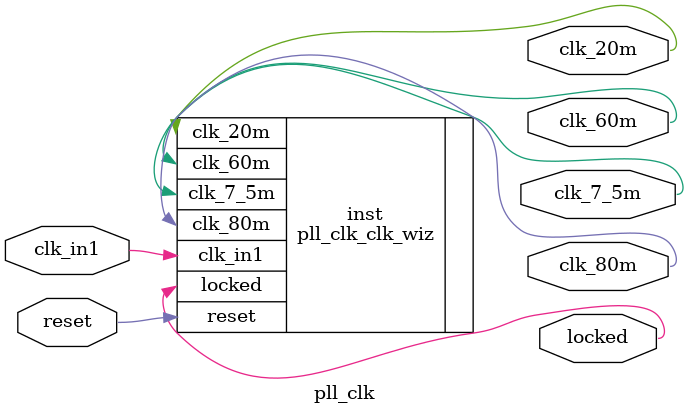
<source format=v>


`timescale 1ps/1ps

(* CORE_GENERATION_INFO = "pll_clk,clk_wiz_v6_0_2_0_0,{component_name=pll_clk,use_phase_alignment=true,use_min_o_jitter=false,use_max_i_jitter=false,use_dyn_phase_shift=false,use_inclk_switchover=false,use_dyn_reconfig=false,enable_axi=0,feedback_source=FDBK_AUTO,PRIMITIVE=MMCM,num_out_clk=4,clkin1_period=20.000,clkin2_period=10.0,use_power_down=false,use_reset=true,use_locked=true,use_inclk_stopped=false,feedback_type=SINGLE,CLOCK_MGR_TYPE=NA,manual_override=false}" *)

module pll_clk 
 (
  // Clock out ports
  output        clk_7_5m,
  output        clk_20m,
  output        clk_60m,
  output        clk_80m,
  // Status and control signals
  input         reset,
  output        locked,
 // Clock in ports
  input         clk_in1
 );

  pll_clk_clk_wiz inst
  (
  // Clock out ports  
  .clk_7_5m(clk_7_5m),
  .clk_20m(clk_20m),
  .clk_60m(clk_60m),
  .clk_80m(clk_80m),
  // Status and control signals               
  .reset(reset), 
  .locked(locked),
 // Clock in ports
  .clk_in1(clk_in1)
  );

endmodule

</source>
